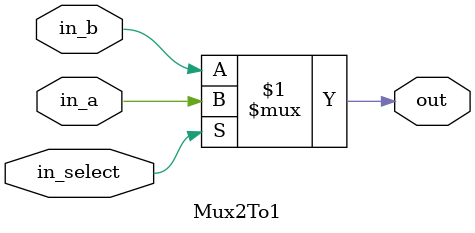
<source format=v>
`ifndef MUX_V
`define MUX_V


module Mux2To1 #(parameter WIDE=1)(
    input wire [WIDE - 1 : 0] in_a,
    input wire [WIDE - 1 : 0] in_b,
    input wire in_select,
    output wire [WIDE - 1 : 0] out
);

    assign out = in_select ? in_a : in_b;

endmodule

`endif // MUX_V

</source>
